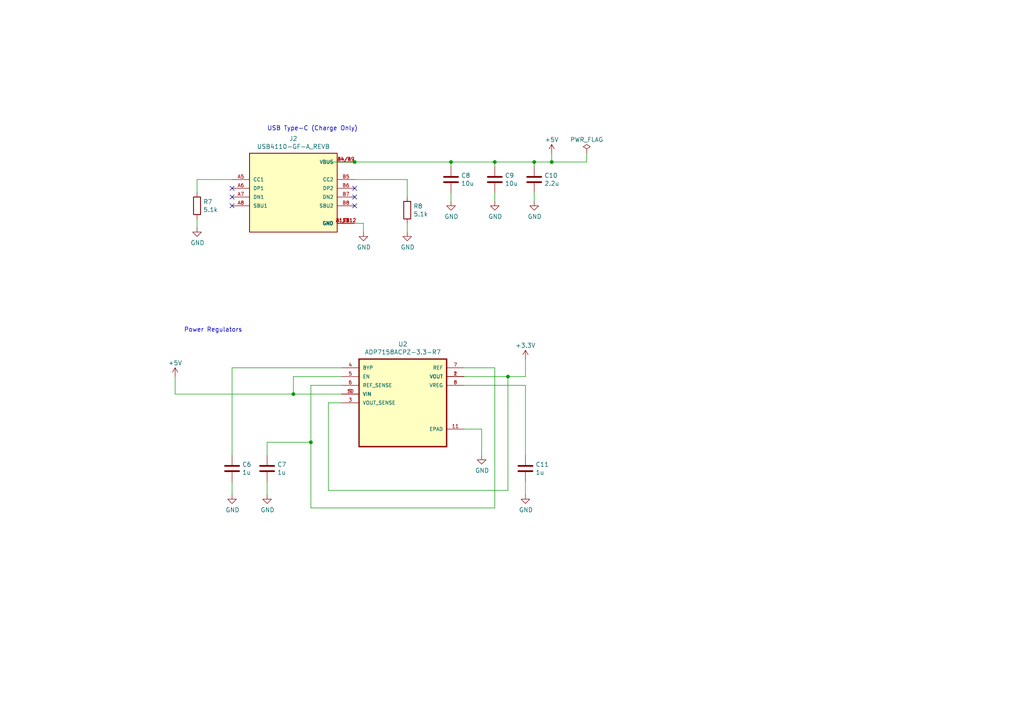
<source format=kicad_sch>
(kicad_sch (version 20230121) (generator eeschema)
  (paper "A4")
  (lib_symbols
    (symbol "ADP7158ACPZ-3.3-R7:ADP7158ACPZ-3.3-R7" (pin_names (offset 1.016))
      (property "Reference" "U" (at -12.7 13.6906 0))
      (property "Value" "ADP7158ACPZ-3.3-R7" (at -12.7 -16.6878 0))
      (symbol "ADP7158ACPZ-3.3-R7_0_0"
        (rectangle (start -12.7 -12.7) (end 12.7 12.7) (stroke (width 0.4064)) (fill (type background)))
        (pin power_out line (at 17.78 7.62 180) (length 5.08) (name "VOUT") (number "1"))
        (pin input line (at -17.78 2.54 0) (length 5.08) (name "VIN") (number "10"))
        (pin power_in line (at 17.78 -7.62 180) (length 5.08) (name "EPAD") (number "11"))
        (pin passive line (at 17.78 7.62 180) (length 5.08) (name "VOUT") (number "2"))
        (pin input line (at -17.78 0 0) (length 5.08) (name "VOUT_SENSE") (number "3"))
        (pin input line (at -17.78 10.16 0) (length 5.08) (name "BYP") (number "4"))
        (pin input line (at -17.78 7.62 0) (length 5.08) (name "EN") (number "5"))
        (pin input line (at -17.78 5.08 0) (length 5.08) (name "REF_SENSE") (number "6"))
        (pin output line (at 17.78 10.16 180) (length 5.08) (name "REF") (number "7"))
        (pin output line (at 17.78 5.08 180) (length 5.08) (name "VREG") (number "8"))
        (pin input line (at -17.78 2.54 0) (length 5.08) (name "VIN") (number "9"))
      )
    )
    (symbol "Device:C" (pin_numbers hide) (pin_names (offset 0.254))
      (property "Reference" "C" (at 0.635 2.54 0))
      (property "Value" "C" (at 0.635 -2.54 0))
      (symbol "C_0_1"
        (polyline (pts (xy -2.032 -0.762) (xy 2.032 -0.762)) (stroke (width 0.508)))
        (polyline (pts (xy -2.032 0.762) (xy 2.032 0.762)) (stroke (width 0.508)))
      )
      (symbol "C_1_1"
        (pin passive line (at 0 3.81 270) (length 2.794) (name "~") (number "1"))
        (pin passive line (at 0 -3.81 90) (length 2.794) (name "~") (number "2"))
      )
    )
    (symbol "Device:R" (pin_numbers hide) (pin_names (offset 0))
      (property "Reference" "R" (at 2.032 0 90))
      (property "Value" "R" (at 0 0 90))
      (symbol "R_0_1"
        (rectangle (start -1.016 -2.54) (end 1.016 2.54) (stroke (width 0.254)))
      )
      (symbol "R_1_1"
        (pin passive line (at 0 3.81 270) (length 1.27) (name "~") (number "1"))
        (pin passive line (at 0 -3.81 90) (length 1.27) (name "~") (number "2"))
      )
    )
    (symbol "USB4110-GF-A_REVB:USB4110-GF-A_REVB" (pin_names (offset 1.016))
      (property "Reference" "J" (at -12.7 11.43 0))
      (property "Value" "USB4110-GF-A_REVB" (at -12.7 -15.24 0))
      (symbol "USB4110-GF-A_REVB_0_0"
        (rectangle (start -12.7 -12.7) (end 12.7 10.16) (stroke (width 0.254)) (fill (type background)))
        (pin power_in line (at 17.78 -10.16 180) (length 5.08) (name "GND") (number "A1/B12"))
        (pin passive line (at 17.78 7.62 180) (length 5.08) (name "VBUS") (number "A4/B9"))
        (pin bidirectional line (at -17.78 2.54 0) (length 5.08) (name "CC1") (number "A5"))
        (pin bidirectional line (at -17.78 0 0) (length 5.08) (name "DP1") (number "A6"))
        (pin bidirectional line (at -17.78 -2.54 0) (length 5.08) (name "DN1") (number "A7"))
        (pin bidirectional line (at -17.78 -5.08 0) (length 5.08) (name "SBU1") (number "A8"))
        (pin power_in line (at 17.78 -10.16 180) (length 5.08) (name "GND") (number "B1/A12"))
        (pin passive line (at 17.78 7.62 180) (length 5.08) (name "VBUS") (number "B4/A9"))
        (pin bidirectional line (at 17.78 2.54 180) (length 5.08) (name "CC2") (number "B5"))
        (pin bidirectional line (at 17.78 0 180) (length 5.08) (name "DP2") (number "B6"))
        (pin bidirectional line (at 17.78 -2.54 180) (length 5.08) (name "DN2") (number "B7"))
        (pin bidirectional line (at 17.78 -5.08 180) (length 5.08) (name "SBU2") (number "B8"))
        (pin power_in line (at 17.78 -10.16 180) (length 5.08) (name "GND") (number "S1"))
        (pin power_in line (at 17.78 -10.16 180) (length 5.08) (name "GND") (number "S2"))
        (pin power_in line (at 17.78 -10.16 180) (length 5.08) (name "GND") (number "S3"))
        (pin power_in line (at 17.78 -10.16 180) (length 5.08) (name "GND") (number "S4"))
      )
    )
    (symbol "power:+3.3V" (power) (pin_names (offset 0))
      (property "Value" "+3.3V" (at 0 3.556 0))
      (symbol "+3.3V_0_1"
        (polyline (pts (xy -0.762 1.27) (xy 0 2.54)))
        (polyline (pts (xy 0 0) (xy 0 2.54)))
        (polyline (pts (xy 0 2.54) (xy 0.762 1.27)))
      )
      (symbol "+3.3V_1_1"
        (pin power_in line (at 0 0 90) (length 0) hide (name "+3.3V") (number "1"))
      )
    )
    (symbol "power:+5V" (power) (pin_names (offset 0))
      (property "Value" "+5V" (at 0 3.556 0))
      (symbol "+5V_0_1"
        (polyline (pts (xy -0.762 1.27) (xy 0 2.54)))
        (polyline (pts (xy 0 0) (xy 0 2.54)))
        (polyline (pts (xy 0 2.54) (xy 0.762 1.27)))
      )
      (symbol "+5V_1_1"
        (pin power_in line (at 0 0 90) (length 0) hide (name "+5V") (number "1"))
      )
    )
    (symbol "power:GND" (power) (pin_names (offset 0))
      (property "Value" "GND" (at 0 -3.81 0))
      (symbol "GND_0_1"
        (polyline (pts (xy 0 0) (xy 0 -1.27) (xy 1.27 -1.27) (xy 0 -2.54) (xy -1.27 -1.27) (xy 0 -1.27)))
      )
      (symbol "GND_1_1"
        (pin power_in line (at 0 0 270) (length 0) hide (name "GND") (number "1"))
      )
    )
    (symbol "power:PWR_FLAG" (power) (pin_numbers hide) (pin_names (offset 0) hide)
      (property "Value" "PWR_FLAG" (at 0 3.81 0))
      (symbol "PWR_FLAG_0_0"
        (pin power_out line (at 0 0 90) (length 0) (name "pwr") (number "1"))
      )
      (symbol "PWR_FLAG_0_1"
        (polyline (pts (xy 0 0) (xy 0 1.27) (xy -1.016 1.905) (xy 0 2.54) (xy 1.016 1.905) (xy 0 1.27)))
      )
    )
  )
  (junction (at 90.17 128.27))
  (junction (at 143.51 46.99))
  (junction (at 147.32 109.22))
  (junction (at 85.09 114.3))
  (junction (at 130.81 46.99))
  (junction (at 160.02 46.99))
  (junction (at 154.94 46.99))
  (junction (at 102.87 46.99))
  (no_connect (at 102.87 54.61))
  (no_connect (at 67.31 57.15))
  (no_connect (at 102.87 59.69))
  (no_connect (at 67.31 59.69))
  (no_connect (at 102.87 57.15))
  (no_connect (at 67.31 54.61))
  (wire (pts (xy 77.47 139.7) (xy 77.47 143.51)))
  (wire (pts (xy 95.25 116.84) (xy 95.25 142.24)))
  (wire (pts (xy 99.06 106.68) (xy 67.31 106.68)))
  (wire (pts (xy 147.32 109.22) (xy 152.4 109.22)))
  (wire (pts (xy 57.15 66.04) (xy 57.15 63.5)))
  (wire (pts (xy 77.47 132.08) (xy 77.47 128.27)))
  (wire (pts (xy 147.32 142.24) (xy 147.32 109.22)))
  (wire (pts (xy 102.87 64.77) (xy 105.41 64.77)))
  (wire (pts (xy 130.81 46.99) (xy 143.51 46.99)))
  (wire (pts (xy 105.41 64.77) (xy 105.41 67.31)))
  (wire (pts (xy 99.06 109.22) (xy 85.09 109.22)))
  (wire (pts (xy 134.62 106.68) (xy 143.51 106.68)))
  (wire (pts (xy 67.31 139.7) (xy 67.31 143.51)))
  (wire (pts (xy 143.51 106.68) (xy 143.51 147.32)))
  (wire (pts (xy 139.7 124.46) (xy 139.7 132.08)))
  (wire (pts (xy 77.47 128.27) (xy 90.17 128.27)))
  (wire (pts (xy 143.51 55.88) (xy 143.51 58.42)))
  (wire (pts (xy 134.62 124.46) (xy 139.7 124.46)))
  (wire (pts (xy 130.81 46.99) (xy 130.81 48.26)))
  (wire (pts (xy 118.11 52.07) (xy 102.87 52.07)))
  (wire (pts (xy 143.51 48.26) (xy 143.51 46.99)))
  (wire (pts (xy 160.02 46.99) (xy 154.94 46.99)))
  (wire (pts (xy 99.06 116.84) (xy 95.25 116.84)))
  (wire (pts (xy 170.18 44.45) (xy 170.18 46.99)))
  (wire (pts (xy 90.17 147.32) (xy 90.17 128.27)))
  (wire (pts (xy 134.62 109.22) (xy 147.32 109.22)))
  (wire (pts (xy 102.87 46.99) (xy 130.81 46.99)))
  (wire (pts (xy 85.09 109.22) (xy 85.09 114.3)))
  (wire (pts (xy 118.11 67.31) (xy 118.11 64.77)))
  (wire (pts (xy 50.8 109.22) (xy 50.8 114.3)))
  (wire (pts (xy 67.31 106.68) (xy 67.31 132.08)))
  (wire (pts (xy 154.94 55.88) (xy 154.94 58.42)))
  (wire (pts (xy 90.17 128.27) (xy 90.17 111.76)))
  (wire (pts (xy 95.25 142.24) (xy 147.32 142.24)))
  (wire (pts (xy 130.81 55.88) (xy 130.81 58.42)))
  (wire (pts (xy 134.62 111.76) (xy 152.4 111.76)))
  (wire (pts (xy 118.11 57.15) (xy 118.11 52.07)))
  (wire (pts (xy 152.4 104.14) (xy 152.4 109.22)))
  (wire (pts (xy 85.09 114.3) (xy 99.06 114.3)))
  (wire (pts (xy 160.02 44.45) (xy 160.02 46.99)))
  (wire (pts (xy 90.17 111.76) (xy 99.06 111.76)))
  (wire (pts (xy 152.4 111.76) (xy 152.4 132.08)))
  (wire (pts (xy 143.51 46.99) (xy 154.94 46.99)))
  (wire (pts (xy 152.4 139.7) (xy 152.4 143.51)))
  (wire (pts (xy 67.31 52.07) (xy 57.15 52.07)))
  (wire (pts (xy 170.18 46.99) (xy 160.02 46.99)))
  (wire (pts (xy 143.51 147.32) (xy 90.17 147.32)))
  (wire (pts (xy 50.8 114.3) (xy 85.09 114.3)))
  (wire (pts (xy 57.15 52.07) (xy 57.15 55.88)))
  (wire (pts (xy 154.94 48.26) (xy 154.94 46.99)))
  (wire (pts (xy 95.25 46.99) (xy 102.87 46.99)))
  (text "USB Type-C (Charge Only)" (at 77.47 38.1 0) (effects (font (size 1.27 1.27)) (justify left bottom)))
  (text "Power Regulators" (at 53.34 96.52 0) (effects (font (size 1.27 1.27)) (justify left bottom)))
  (symbol (lib_id "ADP7158ACPZ-3.3-R7:ADP7158ACPZ-3.3-R7") (at 116.84 116.84 0) (unit 1)
    (property "Reference" "U2" (at 116.84 99.822 0))
    (property "Value" "ADP7158ACPZ-3.3-R7" (at 116.84 102.1334 0))
    (property "Footprint" "ADP7158ACPZ-3.3-R7:SON50P300X300X80-11N" (effects hide))
    (property "Manufacturer" "Analog Devices" (effects hide))
    (property "Package" "SON50P300X300X80-11N" (effects hide))
    (instances (project "NameCardPCB" (path "" (reference "U2") (unit 1))) (project "yondee-pcb" (path "" (reference "U3") (unit 1))))
  )
  (symbol (lib_id "Device:C") (at 152.4 135.89 0) (unit 1)
    (property "Reference" "C11" (at 155.321 134.7216 0) (effects (justify left)))
    (property "Value" "1u" (at 155.321 137.033 0) (effects (justify left)))
    (property "Footprint" "Capacitor_SMD:C_0603_1608Metric" (effects hide))
    (instances (project "NameCardPCB" (path "" (reference "C11") (unit 1))) (project "yondee-pcb" (path "" (reference "C12") (unit 1)) (path "" (reference "C?") (unit 1))))
  )
  (symbol (lib_id "power:GND") (at 152.4 143.51 0) (unit 1)
    (property "Reference" "#PWR026" (effects hide))
    (property "Value" "GND" (at 152.527 147.9042 0))
    (instances (project "NameCardPCB" (path "" (reference "#PWR026") (unit 1))) (project "yondee-pcb" (path "" (reference "#PWR042") (unit 1)) (path "" (reference "#PWR?") (unit 1))))
  )
  (symbol (lib_id "power:GND") (at 139.7 132.08 0) (unit 1)
    (property "Reference" "#PWR022" (effects hide))
    (property "Value" "GND" (at 139.827 136.4742 0))
    (instances (project "NameCardPCB" (path "" (reference "#PWR022") (unit 1))) (project "yondee-pcb" (path "" (reference "#PWR039") (unit 1)) (path "" (reference "#PWR?") (unit 1))))
  )
  (symbol (lib_id "Device:C") (at 77.47 135.89 0) (unit 1)
    (property "Reference" "C7" (at 80.391 134.7216 0) (effects (justify left)))
    (property "Value" "1u" (at 80.391 137.033 0) (effects (justify left)))
    (property "Footprint" "Capacitor_SMD:C_0603_1608Metric" (effects hide))
    (instances (project "NameCardPCB" (path "" (reference "C7") (unit 1))) (project "yondee-pcb" (path "" (reference "C8") (unit 1)) (path "" (reference "C?") (unit 1))))
  )
  (symbol (lib_id "power:GND") (at 77.47 143.51 0) (unit 1)
    (property "Reference" "#PWR017" (effects hide))
    (property "Value" "GND" (at 77.597 147.9042 0))
    (instances (project "NameCardPCB" (path "" (reference "#PWR017") (unit 1))) (project "yondee-pcb" (path "" (reference "#PWR030") (unit 1)) (path "" (reference "#PWR?") (unit 1))))
  )
  (symbol (lib_id "Device:C") (at 67.31 135.89 0) (unit 1)
    (property "Reference" "C6" (at 70.231 134.7216 0) (effects (justify left)))
    (property "Value" "1u" (at 70.231 137.033 0) (effects (justify left)))
    (property "Footprint" "Capacitor_SMD:C_0603_1608Metric" (effects hide))
    (instances (project "NameCardPCB" (path "" (reference "C6") (unit 1))) (project "yondee-pcb" (path "" (reference "C7") (unit 1)) (path "" (reference "C?") (unit 1))))
  )
  (symbol (lib_id "power:GND") (at 67.31 143.51 0) (unit 1)
    (property "Reference" "#PWR016" (effects hide))
    (property "Value" "GND" (at 67.437 147.9042 0))
    (instances (project "NameCardPCB" (path "" (reference "#PWR016") (unit 1))) (project "yondee-pcb" (path "" (reference "#PWR028") (unit 1)) (path "" (reference "#PWR?") (unit 1))))
  )
  (symbol (lib_id "Device:C") (at 143.51 52.07 0) (unit 1)
    (property "Reference" "C9" (at 146.431 50.9016 0) (effects (justify left)))
    (property "Value" "10u" (at 146.431 53.213 0) (effects (justify left)))
    (property "Footprint" "Capacitor_SMD:C_0603_1608Metric" (effects hide))
    (instances (project "NameCardPCB" (path "" (reference "C9") (unit 1))) (project "yondee-pcb" (path "" (reference "C10") (unit 1)) (path "" (reference "C?") (unit 1))))
  )
  (symbol (lib_id "power:GND") (at 143.51 58.42 0) (unit 1)
    (property "Reference" "#PWR021" (effects hide))
    (property "Value" "GND" (at 143.637 62.8142 0))
    (instances (project "NameCardPCB" (path "" (reference "#PWR021") (unit 1))) (project "yondee-pcb" (path "" (reference "#PWR033") (unit 1)) (path "" (reference "#PWR?") (unit 1))))
  )
  (symbol (lib_id "power:GND") (at 105.41 67.31 0) (unit 1)
    (property "Reference" "#PWR018" (effects hide))
    (property "Value" "GND" (at 105.537 71.7042 0))
    (instances (project "NameCardPCB" (path "" (reference "#PWR018") (unit 1))) (project "yondee-pcb" (path "" (reference "#PWR029") (unit 1)) (path "" (reference "#PWR?") (unit 1))))
  )
  (symbol (lib_id "Device:C") (at 130.81 52.07 0) (unit 1)
    (property "Reference" "C8" (at 133.731 50.9016 0) (effects (justify left)))
    (property "Value" "10u" (at 133.731 53.213 0) (effects (justify left)))
    (property "Footprint" "Capacitor_SMD:C_0603_1608Metric" (effects hide))
    (instances (project "NameCardPCB" (path "" (reference "C8") (unit 1))) (project "yondee-pcb" (path "" (reference "C9") (unit 1)) (path "" (reference "C?") (unit 1))))
  )
  (symbol (lib_id "power:GND") (at 130.81 58.42 0) (unit 1)
    (property "Reference" "#PWR020" (effects hide))
    (property "Value" "GND" (at 130.937 62.8142 0))
    (instances (project "NameCardPCB" (path "" (reference "#PWR020") (unit 1))) (project "yondee-pcb" (path "" (reference "#PWR032") (unit 1)) (path "" (reference "#PWR?") (unit 1))))
  )
  (symbol (lib_id "Device:R") (at 118.11 60.96 0) (unit 1)
    (property "Reference" "R8" (at 119.888 59.7916 0) (effects (justify left)))
    (property "Value" "5.1k" (at 119.888 62.103 0) (effects (justify left)))
    (property "Footprint" "Resistor_SMD:R_0603_1608Metric" (effects hide))
    (instances (project "NameCardPCB" (path "" (reference "R8") (unit 1))) (project "yondee-pcb" (path "" (reference "R14") (unit 1))))
  )
  (symbol (lib_id "power:GND") (at 118.11 67.31 0) (unit 1)
    (property "Reference" "#PWR019" (effects hide))
    (property "Value" "GND" (at 118.237 71.7042 0))
    (instances (project "NameCardPCB" (path "" (reference "#PWR019") (unit 1))) (project "yondee-pcb" (path "" (reference "#PWR031") (unit 1)) (path "" (reference "#PWR?") (unit 1))))
  )
  (symbol (lib_id "Device:R") (at 57.15 59.69 0) (unit 1)
    (property "Reference" "R7" (at 58.928 58.5216 0) (effects (justify left)))
    (property "Value" "5.1k" (at 58.928 60.833 0) (effects (justify left)))
    (property "Footprint" "Resistor_SMD:R_0603_1608Metric" (effects hide))
    (instances (project "NameCardPCB" (path "" (reference "R7") (unit 1))) (project "yondee-pcb" (path "" (reference "R13") (unit 1))))
  )
  (symbol (lib_id "power:GND") (at 57.15 66.04 0) (unit 1)
    (property "Reference" "#PWR014" (effects hide))
    (property "Value" "GND" (at 57.277 70.4342 0))
    (instances (project "NameCardPCB" (path "" (reference "#PWR014") (unit 1))) (project "yondee-pcb" (path "" (reference "#PWR026") (unit 1)) (path "" (reference "#PWR?") (unit 1))))
  )
  (symbol (lib_id "Device:C") (at 154.94 52.07 0) (unit 1)
    (property "Reference" "C10" (at 157.861 50.9016 0) (effects (justify left)))
    (property "Value" "2.2u" (at 157.861 53.213 0) (effects (justify left)))
    (property "Footprint" "Capacitor_SMD:C_0603_1608Metric" (effects hide))
    (instances (project "NameCardPCB" (path "" (reference "C10") (unit 1))) (project "yondee-pcb" (path "" (reference "C11") (unit 1)) (path "" (reference "C?") (unit 1))))
  )
  (symbol (lib_id "power:GND") (at 154.94 58.42 0) (unit 1)
    (property "Reference" "#PWR024" (effects hide))
    (property "Value" "GND" (at 155.067 62.8142 0))
    (instances (project "NameCardPCB" (path "" (reference "#PWR024") (unit 1))) (project "yondee-pcb" (path "" (reference "#PWR036") (unit 1)) (path "" (reference "#PWR?") (unit 1))))
  )
  (symbol (lib_id "USB4110-GF-A_REVB:USB4110-GF-A_REVB") (at 85.09 54.61 0) (unit 1)
    (property "Reference" "J2" (at 85.09 40.2082 0))
    (property "Value" "USB4110-GF-A_REVB" (at 85.09 42.5196 0))
    (property "Footprint" "USB4110-GF-A_REVB:GCT_USB4110-GF-A_REVB" (effects hide))
    (property "MANUFACTURER" "GCT" (effects hide))
    (property "MAXIMUM_PACKAGE_HEIGHT" "3.26 mm" (effects hide))
    (property "STANDARD" "Manufacturer Recommendations" (effects hide))
    (property "PARTREV" "B" (effects hide))
    (instances (project "NameCardPCB" (path "" (reference "J2") (unit 1))) (project "yondee-pcb" (path "" (reference "J4") (unit 1))))
  )
  (symbol (lib_id "power:+3.3V") (at 152.4 104.14 0) (unit 1)
    (property "Reference" "#PWR025" (effects hide))
    (property "Value" "+3.3V" (at 152.4 100.195 0))
  )
  (symbol (lib_id "power:+5V") (at 50.8 109.22 0) (unit 1)
    (property "Reference" "#PWR015" (effects hide))
    (property "Value" "+5V" (at 50.8 105.275 0))
  )
  (symbol (lib_id "power:PWR_FLAG") (at 170.18 44.45 0) (unit 1)
    (property "Reference" "#FLG02" (effects hide))
    (property "Value" "PWR_FLAG" (at 170.18 40.505 0))
  )
  (symbol (lib_id "power:+5V") (at 160.02 44.45 0) (unit 1)
    (property "Reference" "#PWR023" (effects hide))
    (property "Value" "+5V" (at 160.02 40.505 0))
  )
)
</source>
